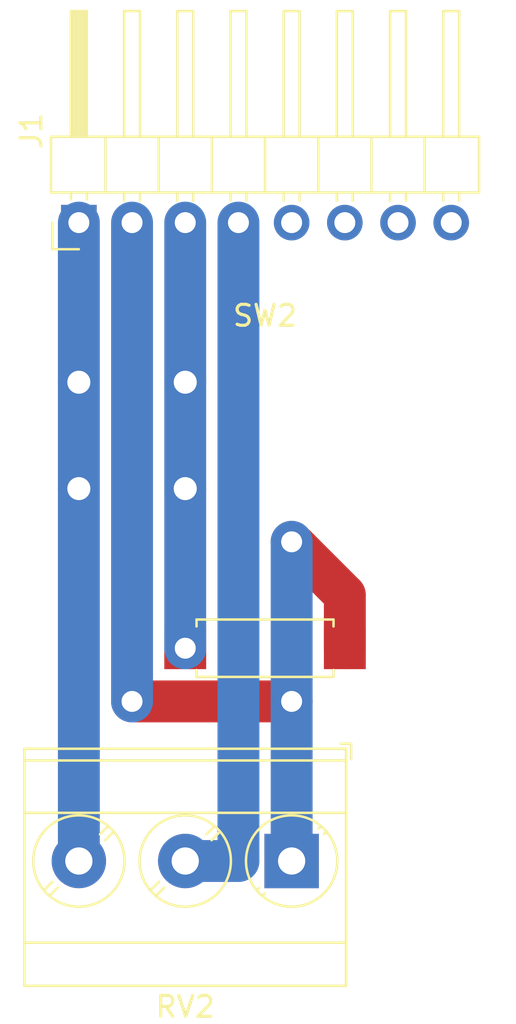
<source format=kicad_pcb>
(kicad_pcb (version 20240108) (generator "pcbnew") (generator_version "8.0")
  (layers (0 "F.Cu" signal) (31 "B.Cu" signal) (34 "B.Paste" user) (35 "F.Paste" user) (36 "B.SilkS" user "B.Silkscreen") (37 "F.SilkS" user "F.Silkscreen") (38 "B.Mask" user) (39 "F.Mask" user) (44 "Edge.Cuts" user))
  (net 0 "")
  (net 1 "VCC")
  (net 6 "GND")
  (net 7 "/START")
  (net 8 "/POT")
  (footprint "For_Rasterboard:R_Axial_DIN0207_L6.3mm_D2.5mm_Pinf_Horizontal" (layer "F.Cu") (at 63.5 71.12 180)
    (property "Reference" "R1" (hide yes))
    (property "Value" "1k")
    (fp_line (start 7.08 1.37) (end 7.08 1.04) (stroke (width 0.12)) (layer "F.SilkS"))
    (fp_line (start 7.08 -1.37) (end 7.08 -1.04) (stroke (width 0.12)) (layer "F.SilkS"))
    (fp_line (start 0.54 1.37) (end 7.08 1.37) (stroke (width 0.12)) (layer "F.SilkS"))
    (fp_line (start 0.54 1.04) (end 0.54 1.37) (stroke (width 0.12)) (layer "F.SilkS"))
    (fp_line (start 0.54 -1.04) (end 0.54 -1.37) (stroke (width 0.12)) (layer "F.SilkS"))
    (fp_line (start 0.54 -1.37) (end 7.08 -1.37) (stroke (width 0.12)) (layer "F.SilkS"))
    (pad "1" smd rect (at 0 0 180) (size 2 2) (layers "F.Cu") (net 6 "GND"))
    (pad "2" smd rect (at 7.62 0 180) (size 2 2) (layers "F.Cu") (net 7 "/START"))
  )
  (footprint "For_Rasterboard:SW_PUSH_Color_B9mm_D12mm_P5.08mm" (layer "F.Cu") (at 50.8 58.42)
    (property "Reference" "SW2" (at 8.89 -3.175 0) (layer "F.SilkS"))
    (property "Value" "SW_Push")
    (pad "1" thru_hole circle (at 0 0 90) (size 2 2) (drill 1.1) (layers "*.Cu" "*.Mask") (net 1 "VCC"))
    (pad "1" thru_hole circle (at 0 5.08 90) (size 2 2) (drill 1.1) (layers "*.Cu" "*.Mask") (net 1 "VCC"))
    (pad "2" thru_hole circle (at 5.08 0 90) (size 2 2) (drill 1.1) (layers "*.Cu" "*.Mask") (net 7 "/START"))
    (pad "2" thru_hole circle (at 5.08 5.08 180) (size 2 2) (drill 1.1) (layers "*.Cu" "*.Mask") (net 7 "/START"))
  )
  (footprint "TerminalBlock_Phoenix:TerminalBlock_Phoenix_MKDS-3-3-5.08_1x03_P5.08mm_Horizontal" (layer "F.Cu") (at 60.96 81.28 180)
    (property "Reference" "RV2" (at 5.08 -6.96 360) (layer "F.SilkS"))
    (property "Value" "R_Potentiometer")
    (fp_line (start 12.76 -5.96) (end 12.76 5.36) (stroke (width 0.12)) (layer "F.SilkS"))
    (fp_line (start 11.814 -1.388) (end 11.419 -0.992) (stroke (width 0.12)) (layer "F.SilkS"))
    (fp_line (start 11.548 -1.654) (end 11.168 -1.274) (stroke (width 0.12)) (layer "F.SilkS"))
    (fp_line (start 9.153 1.274) (end 8.773 1.654) (stroke (width 0.12)) (layer "F.SilkS"))
    (fp_line (start 8.902 0.992) (end 8.507 1.388) (stroke (width 0.12)) (layer "F.SilkS"))
    (fp_line (start 6.734 -1.388) (end 6.339 -0.992) (stroke (width 0.12)) (layer "F.SilkS"))
    (fp_line (start 6.468 -1.654) (end 6.088 -1.274) (stroke (width 0.12)) (layer "F.SilkS"))
    (fp_line (start 4.073 1.274) (end 3.693 1.654) (stroke (width 0.12)) (layer "F.SilkS"))
    (fp_line (start 3.822 0.992) (end 3.427 1.388) (stroke (width 0.12)) (layer "F.SilkS"))
    (fp_line (start 1.654 -1.388) (end 1.547 -1.281) (stroke (width 0.12)) (layer "F.SilkS"))
    (fp_line (start 1.388 -1.654) (end 1.281 -1.547) (stroke (width 0.12)) (layer "F.SilkS"))
    (fp_line (start -1.282 1.547) (end -1.388 1.654) (stroke (width 0.12)) (layer "F.SilkS"))
    (fp_line (start -1.548 1.281) (end -1.654 1.388) (stroke (width 0.12)) (layer "F.SilkS"))
    (fp_line (start -2.6 5.36) (end 12.76 5.36) (stroke (width 0.12)) (layer "F.SilkS"))
    (fp_line (start -2.6 4.8) (end 12.76 4.8) (stroke (width 0.12)) (layer "F.SilkS"))
    (fp_line (start -2.6 2.3) (end 12.76 2.3) (stroke (width 0.12)) (layer "F.SilkS"))
    (fp_line (start -2.6 -3.9) (end 12.76 -3.9) (stroke (width 0.12)) (layer "F.SilkS"))
    (fp_line (start -2.6 -5.96) (end 12.76 -5.96) (stroke (width 0.12)) (layer "F.SilkS"))
    (fp_line (start -2.6 -5.96) (end -2.6 5.36) (stroke (width 0.12)) (layer "F.SilkS"))
    (fp_line (start -2.84 5.6) (end -2.34 5.6) (stroke (width 0.12)) (layer "F.SilkS"))
    (fp_line (start -2.84 4.86) (end -2.84 5.6) (stroke (width 0.12)) (layer "F.SilkS"))
    (fp_circle (center 10.16 0) (end 12.34 0) (stroke (width 0.12)) (fill none) (layer "F.SilkS"))
    (fp_circle (center 5.08 0) (end 7.26 0) (stroke (width 0.12)) (fill none) (layer "F.SilkS"))
    (fp_circle (center 0 0) (end 2.18 0) (stroke (width 0.12)) (fill none) (layer "F.SilkS"))
    (pad "1" thru_hole rect (at 0 0 180) (size 2.6 2.6) (drill 1.3) (layers "*.Cu" "*.Mask") (net 6 "GND"))
    (pad "2" thru_hole circle (at 5.08 0 180) (size 2.6 2.6) (drill 1.3) (layers "*.Cu" "*.Mask") (net 8 "/POT"))
    (pad "3" thru_hole circle (at 10.16 0 180) (size 2.6 2.6) (drill 1.3) (layers "*.Cu" "*.Mask") (net 1 "VCC"))
  )
  (footprint "Connector_PinHeader_2.54mm:PinHeader_1x08_P2.54mm_Horizontal" (layer "F.Cu") (at 50.8 50.8 90)
    (property "Reference" "J1" (at 4.385 -2.27 90) (layer "F.SilkS"))
    (property "Value" "Conn_01x08_Pin")
    (fp_line (start 4.1 -1.33) (end 1.44 -1.33) (stroke (width 0.12)) (layer "F.SilkS"))
    (fp_line (start 1.44 -1.33) (end 1.44 19.11) (stroke (width 0.12)) (layer "F.SilkS"))
    (fp_line (start -1.27 -1.27) (end 0 -1.27) (stroke (width 0.12)) (layer "F.SilkS"))
    (fp_line (start 10.1 -0.38) (end 10.1 0.38) (stroke (width 0.12)) (layer "F.SilkS"))
    (fp_line (start 4.1 -0.38) (end 10.1 -0.38) (stroke (width 0.12)) (layer "F.SilkS"))
    (fp_line (start 1.11 -0.38) (end 1.44 -0.38) (stroke (width 0.12)) (layer "F.SilkS"))
    (fp_line (start 4.1 -0.32) (end 10.1 -0.32) (stroke (width 0.12)) (layer "F.SilkS"))
    (fp_line (start 4.1 -0.2) (end 10.1 -0.2) (stroke (width 0.12)) (layer "F.SilkS"))
    (fp_line (start 4.1 -0.08) (end 10.1 -0.08) (stroke (width 0.12)) (layer "F.SilkS"))
    (fp_line (start -1.27 0) (end -1.27 -1.27) (stroke (width 0.12)) (layer "F.SilkS"))
    (fp_line (start 4.1 0.04) (end 10.1 0.04) (stroke (width 0.12)) (layer "F.SilkS"))
    (fp_line (start 4.1 0.16) (end 10.1 0.16) (stroke (width 0.12)) (layer "F.SilkS"))
    (fp_line (start 4.1 0.28) (end 10.1 0.28) (stroke (width 0.12)) (layer "F.SilkS"))
    (fp_line (start 10.1 0.38) (end 4.1 0.38) (stroke (width 0.12)) (layer "F.SilkS"))
    (fp_line (start 1.11 0.38) (end 1.44 0.38) (stroke (width 0.12)) (layer "F.SilkS"))
    (fp_line (start 1.44 1.27) (end 4.1 1.27) (stroke (width 0.12)) (layer "F.SilkS"))
    (fp_line (start 10.1 2.16) (end 10.1 2.92) (stroke (width 0.12)) (layer "F.SilkS"))
    (fp_line (start 4.1 2.16) (end 10.1 2.16) (stroke (width 0.12)) (layer "F.SilkS"))
    (fp_line (start 1.042929 2.16) (end 1.44 2.16) (stroke (width 0.12)) (layer "F.SilkS"))
    (fp_line (start 10.1 2.92) (end 4.1 2.92) (stroke (width 0.12)) (layer "F.SilkS"))
    (fp_line (start 1.042929 2.92) (end 1.44 2.92) (stroke (width 0.12)) (layer "F.SilkS"))
    (fp_line (start 1.44 3.81) (end 4.1 3.81) (stroke (width 0.12)) (layer "F.SilkS"))
    (fp_line (start 10.1 4.7) (end 10.1 5.46) (stroke (width 0.12)) (layer "F.SilkS"))
    (fp_line (start 4.1 4.7) (end 10.1 4.7) (stroke (width 0.12)) (layer "F.SilkS"))
    (fp_line (start 1.042929 4.7) (end 1.44 4.7) (stroke (width 0.12)) (layer "F.SilkS"))
    (fp_line (start 10.1 5.46) (end 4.1 5.46) (stroke (width 0.12)) (layer "F.SilkS"))
    (fp_line (start 1.042929 5.46) (end 1.44 5.46) (stroke (width 0.12)) (layer "F.SilkS"))
    (fp_line (start 1.44 6.35) (end 4.1 6.35) (stroke (width 0.12)) (layer "F.SilkS"))
    (fp_line (start 10.1 7.24) (end 10.1 8) (stroke (width 0.12)) (layer "F.SilkS"))
    (fp_line (start 4.1 7.24) (end 10.1 7.24) (stroke (width 0.12)) (layer "F.SilkS"))
    (fp_line (start 1.042929 7.24) (end 1.44 7.24) (stroke (width 0.12)) (layer "F.SilkS"))
    (fp_line (start 10.1 8) (end 4.1 8) (stroke (width 0.12)) (layer "F.SilkS"))
    (fp_line (start 1.042929 8) (end 1.44 8) (stroke (width 0.12)) (layer "F.SilkS"))
    (fp_line (start 1.44 8.89) (end 4.1 8.89) (stroke (width 0.12)) (layer "F.SilkS"))
    (fp_line (start 10.1 9.78) (end 10.1 10.54) (stroke (width 0.12)) (layer "F.SilkS"))
    (fp_line (start 4.1 9.78) (end 10.1 9.78) (stroke (width 0.12)) (layer "F.SilkS"))
    (fp_line (start 1.042929 9.78) (end 1.44 9.78) (stroke (width 0.12)) (layer "F.SilkS"))
    (fp_line (start 10.1 10.54) (end 4.1 10.54) (stroke (width 0.12)) (layer "F.SilkS"))
    (fp_line (start 1.042929 10.54) (end 1.44 10.54) (stroke (width 0.12)) (layer "F.SilkS"))
    (fp_line (start 1.44 11.43) (end 4.1 11.43) (stroke (width 0.12)) (layer "F.SilkS"))
    (fp_line (start 10.1 12.32) (end 10.1 13.08) (stroke (width 0.12)) (layer "F.SilkS"))
    (fp_line (start 4.1 12.32) (end 10.1 12.32) (stroke (width 0.12)) (layer "F.SilkS"))
    (fp_line (start 1.042929 12.32) (end 1.44 12.32) (stroke (width 0.12)) (layer "F.SilkS"))
    (fp_line (start 10.1 13.08) (end 4.1 13.08) (stroke (width 0.12)) (layer "F.SilkS"))
    (fp_line (start 1.042929 13.08) (end 1.44 13.08) (stroke (width 0.12)) (layer "F.SilkS"))
    (fp_line (start 1.44 13.97) (end 4.1 13.97) (stroke (width 0.12)) (layer "F.SilkS"))
    (fp_line (start 10.1 14.86) (end 10.1 15.62) (stroke (width 0.12)) (layer "F.SilkS"))
    (fp_line (start 4.1 14.86) (end 10.1 14.86) (stroke (width 0.12)) (layer "F.SilkS"))
    (fp_line (start 1.042929 14.86) (end 1.44 14.86) (stroke (width 0.12)) (layer "F.SilkS"))
    (fp_line (start 10.1 15.62) (end 4.1 15.62) (stroke (width 0.12)) (layer "F.SilkS"))
    (fp_line (start 1.042929 15.62) (end 1.44 15.62) (stroke (width 0.12)) (layer "F.SilkS"))
    (fp_line (start 1.44 16.51) (end 4.1 16.51) (stroke (width 0.12)) (layer "F.SilkS"))
    (fp_line (start 10.1 17.4) (end 10.1 18.16) (stroke (width 0.12)) (layer "F.SilkS"))
    (fp_line (start 4.1 17.4) (end 10.1 17.4) (stroke (width 0.12)) (layer "F.SilkS"))
    (fp_line (start 1.042929 17.4) (end 1.44 17.4) (stroke (width 0.12)) (layer "F.SilkS"))
    (fp_line (start 10.1 18.16) (end 4.1 18.16) (stroke (width 0.12)) (layer "F.SilkS"))
    (fp_line (start 1.042929 18.16) (end 1.44 18.16) (stroke (width 0.12)) (layer "F.SilkS"))
    (fp_line (start 4.1 19.11) (end 4.1 -1.33) (stroke (width 0.12)) (layer "F.SilkS"))
    (fp_line (start 1.44 19.11) (end 4.1 19.11) (stroke (width 0.12)) (layer "F.SilkS"))
    (pad "1" thru_hole rect (at 0 0 90) (size 1.7 1.7) (drill 1) (layers "*.Cu" "*.Mask") (net 1 "VCC"))
    (pad "2" thru_hole oval (at 0 2.54 90) (size 1.7 1.7) (drill 1) (layers "*.Cu" "*.Mask") (net 6 "GND"))
    (pad "3" thru_hole oval (at 0 5.08 90) (size 1.7 1.7) (drill 1) (layers "*.Cu" "*.Mask") (net 7 "/START"))
    (pad "4" thru_hole oval (at 0 7.62 90) (size 1.7 1.7) (drill 1) (layers "*.Cu" "*.Mask") (net 8 "/POT"))
    (pad "5" thru_hole oval (at 0 10.16 90) (size 1.7 1.7) (drill 1) (layers "*.Cu" "*.Mask"))
    (pad "6" thru_hole oval (at 0 12.7 90) (size 1.7 1.7) (drill 1) (layers "*.Cu" "*.Mask"))
    (pad "7" thru_hole oval (at 0 15.24 90) (size 1.7 1.7) (drill 1) (layers "*.Cu" "*.Mask"))
    (pad "8" thru_hole oval (at 0 17.78 90) (size 1.7 1.7) (drill 1) (layers "*.Cu" "*.Mask"))
  )
  (segment (start 50.8 81.28) (end 50.8 58.42) (width 2) (layer "B.Cu") (net 1))
  (segment (start 50.8 58.42) (end 50.8 50.8) (width 2) (layer "B.Cu") (net 1))
  (segment (start 53.34 73.66) (end 60.96 73.66) (width 2) (layer "F.Cu") (net 6))
  (segment (start 63.5 68.58) (end 60.96 66.04) (width 2) (layer "F.Cu") (net 6))
  (segment (start 63.5 71.12) (end 63.5 68.58) (width 2) (layer "F.Cu") (net 6))
  (via (at 60.96 73.66) (size 2) (drill 1) (layers "F.Cu" "B.Cu") (net 6))
  (via (at 53.34 73.66) (size 2) (drill 1) (layers "F.Cu" "B.Cu") (net 6))
  (via (at 60.96 66.04) (size 2) (drill 1) (layers "F.Cu" "B.Cu") (net 6))
  (segment (start 60.96 66.04) (end 60.96 81.28) (width 2) (layer "B.Cu") (net 6))
  (segment (start 53.34 50.8) (end 53.34 73.66) (width 2) (layer "B.Cu") (net 6))
  (via (at 55.88 71.12) (size 2) (drill 1) (layers "F.Cu" "B.Cu") (net 7))
  (segment (start 55.88 58.42) (end 55.88 50.8) (width 2) (layer "B.Cu") (net 7))
  (segment (start 55.88 71.12) (end 55.88 63.5) (width 2) (layer "B.Cu") (net 7))
  (segment (start 55.88 58.42) (end 55.88 63.5) (width 2) (layer "B.Cu") (net 7))
  (segment (start 58.42 81.28) (end 55.88 81.28) (width 2) (layer "B.Cu") (net 8))
  (segment (start 58.42 50.8) (end 58.42 81.28) (width 2) (layer "B.Cu") (net 8))
)
</source>
